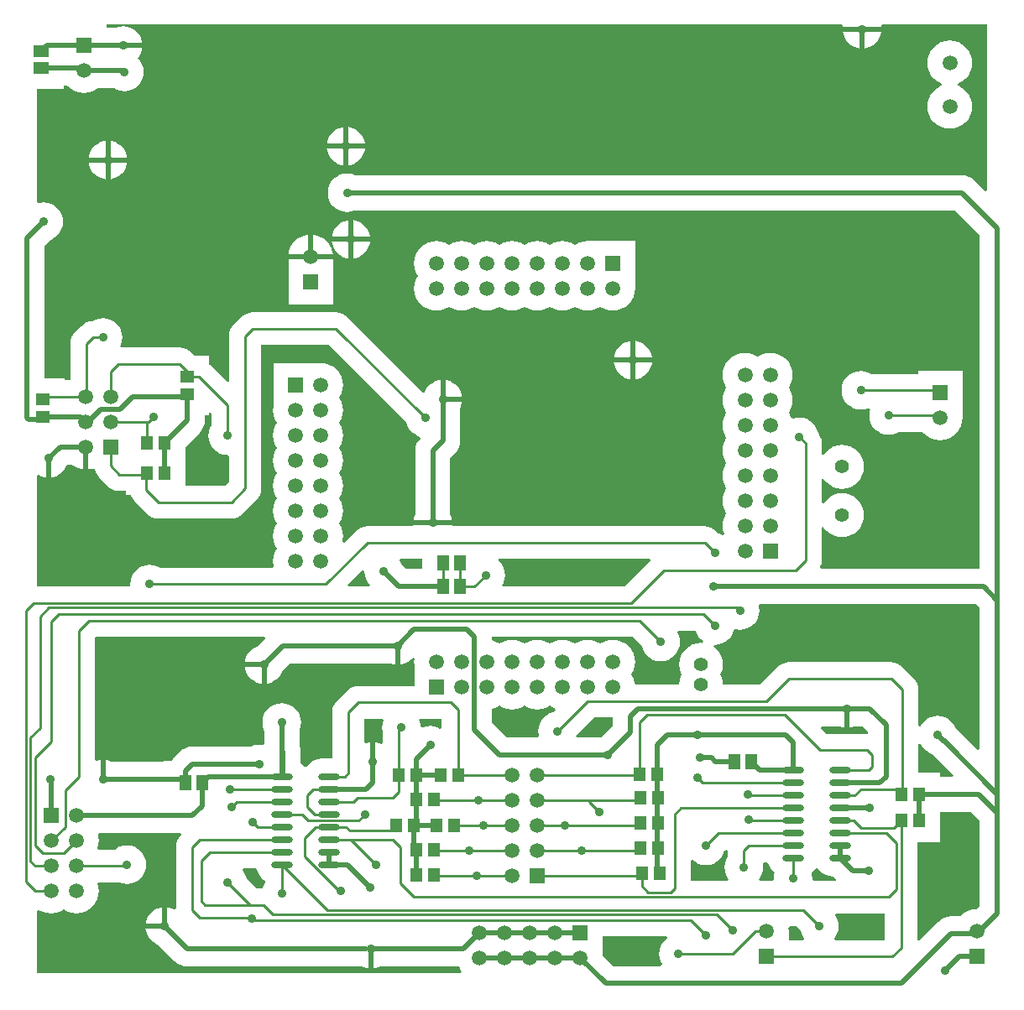
<source format=gbl>
%FSAX24Y24*%
%MOIN*%
G70*
G01*
G75*
G04 Layer_Physical_Order=2*
G04 Layer_Color=16711680*
%ADD10R,0.0512X0.0591*%
%ADD11R,0.0472X0.0551*%
%ADD12R,0.0984X0.0787*%
%ADD13R,0.1063X0.0197*%
%ADD14O,0.0709X0.0236*%
%ADD15R,0.0551X0.0472*%
%ADD16R,0.1024X0.0945*%
%ADD17R,0.0512X0.0709*%
%ADD18O,0.0709X0.0114*%
%ADD19O,0.0114X0.0709*%
%ADD20C,0.0200*%
%ADD21C,0.0100*%
%ADD22C,0.0591*%
%ADD23R,0.0591X0.0591*%
%ADD24C,0.0551*%
%ADD25R,0.0591X0.0591*%
%ADD26C,0.0350*%
%ADD27O,0.0866X0.0236*%
%ADD28R,0.0591X0.0512*%
G36*
X037211Y040900D02*
X037142Y040858D01*
X037044Y040911D01*
X036900Y040954D01*
X036750Y040969D01*
X036600Y040954D01*
X036456Y040911D01*
X036436Y040900D01*
X036366Y040938D01*
X036354Y041050D01*
X036311Y041192D01*
X036359Y041256D01*
X037211D01*
Y040900D01*
D02*
G37*
G36*
X053400Y040891D02*
X053450Y040896D01*
X053594Y040939D01*
X053626Y040956D01*
X053913D01*
X054125Y040744D01*
X054123Y040664D01*
X054100Y040644D01*
X052511D01*
X052273Y040882D01*
X052304Y040956D01*
X052974D01*
X053006Y040939D01*
X053150Y040896D01*
X053200Y040891D01*
Y041650D01*
X053400D01*
Y040891D01*
D02*
G37*
G36*
X041505Y041760D02*
X041659Y041678D01*
X041706Y041663D01*
X041726Y041586D01*
X041642Y041502D01*
X041506Y041461D01*
X041373Y041390D01*
X041256Y041294D01*
X041160Y041177D01*
X041089Y041044D01*
X041046Y040900D01*
X041031Y040750D01*
X041046Y040600D01*
X041058Y040558D01*
X041011Y040494D01*
X039787D01*
X039194Y041087D01*
Y041633D01*
X039341Y041678D01*
X039495Y041760D01*
X039500Y041764D01*
X039505Y041760D01*
X039659Y041678D01*
X039826Y041627D01*
X040000Y041610D01*
X040174Y041627D01*
X040341Y041678D01*
X040495Y041760D01*
X040500Y041764D01*
X040505Y041760D01*
X040659Y041678D01*
X040826Y041627D01*
X041000Y041610D01*
X041174Y041627D01*
X041341Y041678D01*
X041495Y041760D01*
X041500Y041764D01*
X041505Y041760D01*
D02*
G37*
G36*
X030201Y044432D02*
X029890Y044121D01*
X029856Y044111D01*
X029723Y044040D01*
X029606Y043944D01*
X029510Y043827D01*
X029439Y043694D01*
X029396Y043550D01*
X029391Y043500D01*
X030150D01*
Y043400D01*
X030250D01*
Y042641D01*
X030300Y042646D01*
X030444Y042689D01*
X030577Y042760D01*
X030694Y042856D01*
X030790Y042973D01*
X030861Y043106D01*
X030871Y043140D01*
X031187Y043456D01*
X035124D01*
X035156Y043439D01*
X035300Y043396D01*
X035350Y043391D01*
Y044150D01*
X035550D01*
Y043391D01*
X035600Y043396D01*
X035744Y043439D01*
X035877Y043510D01*
X035994Y043606D01*
X036050Y043675D01*
X036124Y043644D01*
X036110Y043500D01*
X036120Y043393D01*
X036114Y043386D01*
X036114D01*
Y042544D01*
X033900D01*
X033774Y042531D01*
X033654Y042495D01*
X033542Y042435D01*
X033445Y042355D01*
X033045Y041955D01*
X032965Y041858D01*
X032905Y041746D01*
X032869Y041626D01*
X032856Y041500D01*
Y039662D01*
X032430D01*
X032291Y039648D01*
X032157Y039608D01*
X032034Y039542D01*
X031926Y039454D01*
X031840Y039348D01*
X031760D01*
X031674Y039454D01*
X031594Y039519D01*
Y039950D01*
X031581Y040085D01*
X031549Y040189D01*
Y040784D01*
X031561Y040806D01*
X031604Y040950D01*
X031619Y041100D01*
X031604Y041250D01*
X031561Y041394D01*
X031490Y041527D01*
X031394Y041644D01*
X031277Y041740D01*
X031144Y041811D01*
X031000Y041854D01*
X030850Y041869D01*
X030700Y041854D01*
X030556Y041811D01*
X030423Y041740D01*
X030306Y041644D01*
X030210Y041527D01*
X030139Y041394D01*
X030096Y041250D01*
X030081Y041100D01*
X030096Y040950D01*
X030139Y040806D01*
X030161Y040765D01*
Y040250D01*
X030100Y040204D01*
X029950Y040219D01*
X029800Y040204D01*
X029656Y040161D01*
X029624Y040144D01*
X027300D01*
X027165Y040131D01*
X027034Y040091D01*
X026914Y040027D01*
X026809Y039941D01*
X026525Y039656D01*
X026467Y039586D01*
X026169D01*
Y039544D01*
X024076D01*
X024044Y039561D01*
X023900Y039604D01*
X023850Y039609D01*
Y038850D01*
X023650D01*
Y039609D01*
X023600Y039604D01*
X023508Y039577D01*
X023444Y039624D01*
Y044483D01*
X023467Y044506D01*
X030171D01*
X030201Y044432D01*
D02*
G37*
G36*
X034889Y041192D02*
X034846Y041050D01*
X034831Y040900D01*
X034846Y040750D01*
X034852Y040729D01*
Y040281D01*
X034783Y040240D01*
X034744Y040261D01*
X034600Y040304D01*
X034550Y040309D01*
Y039550D01*
X034350D01*
Y040309D01*
X034300Y040304D01*
X034208Y040277D01*
X034144Y040324D01*
Y041233D01*
X034167Y041256D01*
X034841D01*
X034889Y041192D01*
D02*
G37*
G36*
X044006Y040987D02*
X043540Y040521D01*
X043506Y040511D01*
X043474Y040494D01*
X042589D01*
X042542Y040558D01*
X042552Y040592D01*
X043267Y041306D01*
X044006D01*
Y040987D01*
D02*
G37*
G36*
X045485Y047532D02*
X044446Y046494D01*
X039652D01*
X039611Y046562D01*
X039661Y046656D01*
X039704Y046800D01*
X039719Y046950D01*
X039704Y047100D01*
X039661Y047244D01*
X039590Y047377D01*
X039494Y047494D01*
X039449Y047531D01*
X039476Y047606D01*
X045455D01*
X045485Y047532D01*
D02*
G37*
G36*
X036419Y047194D02*
X035787D01*
X035621Y047360D01*
X035611Y047394D01*
X035540Y047527D01*
X035534Y047534D01*
X035568Y047606D01*
X036419D01*
Y047194D01*
D02*
G37*
G36*
X028056Y053384D02*
Y052920D01*
X027989Y052794D01*
X027946Y052650D01*
X027931Y052500D01*
X027946Y052350D01*
X027989Y052206D01*
X028060Y052073D01*
X028156Y051956D01*
X028273Y051860D01*
X028406Y051789D01*
X028550Y051746D01*
X028700Y051731D01*
X028756Y051680D01*
Y050667D01*
X028583Y050494D01*
X027031D01*
Y051334D01*
Y052045D01*
X027591Y052605D01*
X027677Y052710D01*
X027741Y052830D01*
X027781Y052960D01*
X027794Y053096D01*
Y053319D01*
X027966D01*
Y053419D01*
X027990Y053429D01*
X028056Y053384D01*
D02*
G37*
G36*
X047339Y044656D02*
X047410Y044523D01*
X047506Y044406D01*
X047597Y044331D01*
X047566Y044257D01*
X047500Y044264D01*
X047330Y044247D01*
X047167Y044198D01*
X047016Y044117D01*
X046885Y044009D01*
X046776Y043877D01*
X046696Y043727D01*
X046646Y043563D01*
X046630Y043394D01*
X046646Y043224D01*
X046696Y043061D01*
X046728Y043000D01*
X046696Y042939D01*
X046646Y042776D01*
X046630Y042606D01*
X046618Y042594D01*
X044881D01*
X044873Y042674D01*
X044822Y042841D01*
X044740Y042995D01*
X044736Y043000D01*
X044740Y043005D01*
X044822Y043159D01*
X044873Y043326D01*
X044890Y043500D01*
X044873Y043674D01*
X044822Y043841D01*
X044740Y043995D01*
X044629Y044129D01*
X044495Y044240D01*
X044341Y044322D01*
X044174Y044373D01*
X044000Y044390D01*
X043826Y044373D01*
X043659Y044322D01*
X043505Y044240D01*
X043500Y044236D01*
X043495Y044240D01*
X043341Y044322D01*
X043174Y044373D01*
X043000Y044390D01*
X042826Y044373D01*
X042659Y044322D01*
X042505Y044240D01*
X042500Y044236D01*
X042495Y044240D01*
X042341Y044322D01*
X042174Y044373D01*
X042000Y044390D01*
X041826Y044373D01*
X041659Y044322D01*
X041505Y044240D01*
X041500Y044236D01*
X041495Y044240D01*
X041341Y044322D01*
X041174Y044373D01*
X041000Y044390D01*
X040826Y044373D01*
X040659Y044322D01*
X040505Y044240D01*
X040500Y044236D01*
X040495Y044240D01*
X040341Y044322D01*
X040174Y044373D01*
X040000Y044390D01*
X039826Y044373D01*
X039659Y044322D01*
X039505Y044240D01*
X039500Y044236D01*
X039495Y044240D01*
X039341Y044322D01*
X039194Y044367D01*
Y044500D01*
X039200Y044506D01*
X044783D01*
X045148Y044142D01*
X045189Y044006D01*
X045260Y043873D01*
X045356Y043756D01*
X045473Y043660D01*
X045606Y043589D01*
X045750Y043546D01*
X045900Y043531D01*
X046050Y043546D01*
X046194Y043589D01*
X046327Y043660D01*
X046444Y043756D01*
X046540Y043873D01*
X046611Y044006D01*
X046654Y044150D01*
X046669Y044300D01*
X046654Y044450D01*
X046611Y044594D01*
X046564Y044682D01*
X046605Y044750D01*
X047311D01*
X047339Y044656D01*
D02*
G37*
G36*
X058575Y045663D02*
Y040030D01*
X058501Y039999D01*
X057675Y040825D01*
X057613Y040888D01*
X057611Y040894D01*
X057540Y041027D01*
X057444Y041144D01*
X057327Y041240D01*
X057194Y041311D01*
X057050Y041354D01*
X056900Y041369D01*
X056750Y041354D01*
X056606Y041311D01*
X056473Y041240D01*
X056356Y041144D01*
X056260Y041027D01*
X056221Y040954D01*
X056144Y040974D01*
Y042400D01*
X056131Y042526D01*
X056095Y042646D01*
X056035Y042758D01*
X055955Y042855D01*
X055505Y043305D01*
X055408Y043385D01*
X055296Y043445D01*
X055176Y043481D01*
X055050Y043494D01*
X051000D01*
X050874Y043481D01*
X050754Y043445D01*
X050642Y043385D01*
X050545Y043305D01*
X049833Y042594D01*
X048382D01*
X048370Y042606D01*
X048354Y042776D01*
X048304Y042939D01*
X048272Y043000D01*
X048304Y043061D01*
X048354Y043224D01*
X048370Y043394D01*
X048354Y043563D01*
X048304Y043727D01*
X048224Y043877D01*
X048115Y044009D01*
X047993Y044109D01*
X048024Y044183D01*
X048050Y044181D01*
X048200Y044196D01*
X048344Y044239D01*
X048477Y044310D01*
X048594Y044406D01*
X048690Y044523D01*
X048761Y044656D01*
X048795Y044768D01*
X048865Y044806D01*
X048900Y044796D01*
X049050Y044781D01*
X049200Y044796D01*
X049344Y044839D01*
X049477Y044910D01*
X049594Y045006D01*
X049690Y045123D01*
X049761Y045256D01*
X049804Y045400D01*
X049819Y045550D01*
X049804Y045700D01*
X049792Y045742D01*
X049839Y045806D01*
X058432D01*
X058575Y045663D01*
D02*
G37*
G36*
X034132Y047115D02*
X034131Y047100D01*
X034146Y046950D01*
X034189Y046806D01*
X034260Y046673D01*
X034348Y046566D01*
X034314Y046494D01*
X033508D01*
X033478Y046568D01*
X034060Y047150D01*
X034132Y047115D01*
D02*
G37*
G36*
X058575Y037213D02*
Y033806D01*
X058458Y033689D01*
X058450Y033690D01*
X058276Y033673D01*
X058109Y033622D01*
X057955Y033540D01*
X057821Y033429D01*
X057791Y033394D01*
X057419D01*
X057419Y033394D01*
X057284Y033381D01*
X057153Y033341D01*
X057034Y033277D01*
X057015Y033261D01*
X056928Y033191D01*
X056928Y033191D01*
X056163Y032426D01*
X056089Y032456D01*
Y036334D01*
X056981D01*
Y037384D01*
X056981D01*
Y037556D01*
X058232D01*
X058575Y037213D01*
D02*
G37*
G36*
X058856Y062248D02*
X058782Y062218D01*
X058360Y062641D01*
X058255Y062727D01*
X058135Y062791D01*
X058004Y062831D01*
X057869Y062844D01*
X033776D01*
X033744Y062861D01*
X033600Y062904D01*
X033450Y062919D01*
X033300Y062904D01*
X033156Y062861D01*
X033023Y062790D01*
X032906Y062694D01*
X032810Y062577D01*
X032739Y062444D01*
X032696Y062300D01*
X032681Y062150D01*
X032696Y062000D01*
X032739Y061856D01*
X032810Y061723D01*
X032906Y061606D01*
X033023Y061510D01*
X033156Y061439D01*
X033300Y061396D01*
X033450Y061381D01*
X033600Y061396D01*
X033744Y061439D01*
X033776Y061456D01*
X057582D01*
X058575Y060463D01*
Y047194D01*
X052264D01*
X052223Y047263D01*
X052245Y047304D01*
X052281Y047424D01*
X052281Y047424D01*
X052281Y047424D01*
Y047424D01*
X052294Y047550D01*
Y048846D01*
X052371Y048865D01*
X052376Y048856D01*
X052485Y048724D01*
X052616Y048616D01*
X052767Y048535D01*
X052930Y048486D01*
X053100Y048469D01*
X053270Y048486D01*
X053433Y048535D01*
X053584Y048616D01*
X053715Y048724D01*
X053824Y048856D01*
X053904Y049006D01*
X053954Y049170D01*
X053970Y049339D01*
X053954Y049509D01*
X053904Y049672D01*
X053824Y049823D01*
X053715Y049955D01*
X053584Y050063D01*
X053433Y050143D01*
X053270Y050193D01*
X053100Y050210D01*
X052930Y050193D01*
X052767Y050143D01*
X052616Y050063D01*
X052485Y049955D01*
X052376Y049823D01*
X052371Y049813D01*
X052294Y049833D01*
Y050767D01*
X052371Y050787D01*
X052376Y050777D01*
X052485Y050645D01*
X052616Y050537D01*
X052767Y050457D01*
X052930Y050407D01*
X053100Y050390D01*
X053270Y050407D01*
X053433Y050457D01*
X053584Y050537D01*
X053715Y050645D01*
X053824Y050777D01*
X053904Y050928D01*
X053954Y051091D01*
X053970Y051261D01*
X053954Y051430D01*
X053904Y051594D01*
X053824Y051744D01*
X053715Y051876D01*
X053584Y051984D01*
X053433Y052065D01*
X053270Y052114D01*
X053100Y052131D01*
X052930Y052114D01*
X052767Y052065D01*
X052616Y051984D01*
X052485Y051876D01*
X052376Y051744D01*
X052371Y051735D01*
X052294Y051754D01*
Y052200D01*
X052281Y052326D01*
X052245Y052446D01*
X052185Y052558D01*
X052155Y052594D01*
X052154Y052600D01*
X052111Y052744D01*
X052040Y052877D01*
X051944Y052994D01*
X051827Y053090D01*
X051694Y053161D01*
X051550Y053204D01*
X051400Y053219D01*
X051250Y053204D01*
X051151Y053175D01*
X051081Y053212D01*
X051072Y053241D01*
X050990Y053395D01*
X050986Y053400D01*
X050990Y053405D01*
X051072Y053559D01*
X051123Y053726D01*
X051140Y053900D01*
X051123Y054074D01*
X051072Y054241D01*
X050990Y054395D01*
X050986Y054400D01*
X050990Y054405D01*
X051072Y054559D01*
X051123Y054726D01*
X051140Y054900D01*
X051123Y055074D01*
X051072Y055241D01*
X050990Y055395D01*
X050879Y055529D01*
X050745Y055640D01*
X050591Y055722D01*
X050424Y055773D01*
X050250Y055790D01*
X050076Y055773D01*
X049909Y055722D01*
X049755Y055640D01*
X049750Y055636D01*
X049745Y055640D01*
X049591Y055722D01*
X049424Y055773D01*
X049250Y055790D01*
X049076Y055773D01*
X048909Y055722D01*
X048755Y055640D01*
X048621Y055529D01*
X048510Y055395D01*
X048428Y055241D01*
X048377Y055074D01*
X048360Y054900D01*
X048377Y054726D01*
X048428Y054559D01*
X048510Y054405D01*
X048514Y054400D01*
X048510Y054395D01*
X048428Y054241D01*
X048377Y054074D01*
X048360Y053900D01*
X048377Y053726D01*
X048428Y053559D01*
X048510Y053405D01*
X048514Y053400D01*
X048510Y053395D01*
X048428Y053241D01*
X048377Y053074D01*
X048360Y052900D01*
X048377Y052726D01*
X048428Y052559D01*
X048510Y052405D01*
X048514Y052400D01*
X048510Y052395D01*
X048428Y052241D01*
X048377Y052074D01*
X048360Y051900D01*
X048377Y051726D01*
X048428Y051559D01*
X048510Y051405D01*
X048514Y051400D01*
X048510Y051395D01*
X048428Y051241D01*
X048377Y051074D01*
X048360Y050900D01*
X048377Y050726D01*
X048428Y050559D01*
X048510Y050405D01*
X048514Y050400D01*
X048510Y050395D01*
X048428Y050241D01*
X048377Y050074D01*
X048360Y049900D01*
X048377Y049726D01*
X048428Y049559D01*
X048510Y049405D01*
X048514Y049400D01*
X048510Y049395D01*
X048428Y049241D01*
X048377Y049074D01*
X048360Y048900D01*
X048377Y048726D01*
X048413Y048608D01*
X048351Y048557D01*
X048344Y048561D01*
X048208Y048602D01*
X048105Y048705D01*
X048008Y048785D01*
X047896Y048845D01*
X047776Y048881D01*
X047650Y048894D01*
X037663D01*
X037612Y048950D01*
X036088D01*
X036037Y048894D01*
X034250D01*
X034124Y048881D01*
X034004Y048845D01*
X033892Y048785D01*
X033795Y048705D01*
X033327Y048237D01*
X033258Y048278D01*
X033273Y048326D01*
X033290Y048500D01*
X033273Y048674D01*
X033222Y048841D01*
X033140Y048995D01*
X033136Y049000D01*
X033140Y049005D01*
X033222Y049159D01*
X033273Y049326D01*
X033290Y049500D01*
X033273Y049674D01*
X033222Y049841D01*
X033140Y049995D01*
X033136Y050000D01*
X033140Y050005D01*
X033222Y050159D01*
X033273Y050326D01*
X033290Y050500D01*
X033273Y050674D01*
X033222Y050841D01*
X033140Y050995D01*
X033136Y051000D01*
X033140Y051005D01*
X033222Y051159D01*
X033273Y051326D01*
X033290Y051500D01*
X033273Y051674D01*
X033222Y051841D01*
X033140Y051995D01*
X033136Y052000D01*
X033140Y052005D01*
X033222Y052159D01*
X033273Y052326D01*
X033290Y052500D01*
X033273Y052674D01*
X033222Y052841D01*
X033140Y052995D01*
X033136Y053000D01*
X033140Y053005D01*
X033222Y053159D01*
X033273Y053326D01*
X033290Y053500D01*
X033273Y053674D01*
X033222Y053841D01*
X033140Y053995D01*
X033136Y054000D01*
X033140Y054005D01*
X033222Y054159D01*
X033273Y054326D01*
X033290Y054500D01*
X033273Y054674D01*
X033222Y054841D01*
X033140Y054995D01*
X033029Y055129D01*
X032895Y055240D01*
X032741Y055322D01*
X032574Y055373D01*
X032400Y055390D01*
X032293Y055380D01*
X032286Y055386D01*
Y055386D01*
X030514D01*
Y053614D01*
X030514D01*
X030520Y053607D01*
X030510Y053500D01*
X030527Y053326D01*
X030578Y053159D01*
X030660Y053005D01*
X030664Y053000D01*
X030660Y052995D01*
X030578Y052841D01*
X030527Y052674D01*
X030510Y052500D01*
X030527Y052326D01*
X030578Y052159D01*
X030660Y052005D01*
X030664Y052000D01*
X030660Y051995D01*
X030578Y051841D01*
X030527Y051674D01*
X030510Y051500D01*
X030527Y051326D01*
X030578Y051159D01*
X030660Y051005D01*
X030664Y051000D01*
X030660Y050995D01*
X030578Y050841D01*
X030527Y050674D01*
X030510Y050500D01*
X030527Y050326D01*
X030578Y050159D01*
X030660Y050005D01*
X030664Y050000D01*
X030660Y049995D01*
X030578Y049841D01*
X030527Y049674D01*
X030510Y049500D01*
X030527Y049326D01*
X030578Y049159D01*
X030660Y049005D01*
X030664Y049000D01*
X030660Y048995D01*
X030578Y048841D01*
X030527Y048674D01*
X030510Y048500D01*
X030527Y048326D01*
X030578Y048159D01*
X030660Y048005D01*
X030664Y048000D01*
X030660Y047995D01*
X030578Y047841D01*
X030527Y047674D01*
X030510Y047500D01*
X030527Y047326D01*
X030533Y047308D01*
X030485Y047244D01*
X026020D01*
X025894Y047311D01*
X025750Y047354D01*
X025600Y047369D01*
X025450Y047354D01*
X025306Y047311D01*
X025173Y047240D01*
X025056Y047144D01*
X024960Y047027D01*
X024889Y046894D01*
X024846Y046750D01*
X024831Y046600D01*
X024835Y046553D01*
X024782Y046494D01*
X021144D01*
Y050898D01*
X021212Y050939D01*
X021306Y050889D01*
X021450Y050846D01*
X021500Y050841D01*
Y051600D01*
X021700D01*
Y050841D01*
X021750Y050846D01*
X021894Y050889D01*
X022027Y050960D01*
X022144Y051056D01*
X022240Y051173D01*
X022311Y051306D01*
X022321Y051340D01*
X022337Y051356D01*
X022499D01*
X022555Y051310D01*
X022709Y051228D01*
X022876Y051177D01*
X022950Y051170D01*
Y052050D01*
X023150D01*
Y051170D01*
X023157Y051170D01*
X023164Y051164D01*
Y051164D01*
X023422D01*
X023455Y051054D01*
X023515Y050942D01*
X023595Y050845D01*
X023945Y050495D01*
Y050495D01*
X023945Y050495D01*
X023945Y050495D01*
Y050495D01*
X024042Y050415D01*
X024154Y050355D01*
X024274Y050319D01*
X024400Y050306D01*
X024444Y050311D01*
X024669D01*
Y050134D01*
X024846D01*
X024855Y050104D01*
X024915Y049992D01*
X024995Y049895D01*
X025495Y049395D01*
Y049395D01*
X025495Y049395D01*
X025495Y049395D01*
Y049395D01*
X025592Y049315D01*
X025704Y049255D01*
X025824Y049219D01*
X025950Y049206D01*
X028850D01*
X028976Y049219D01*
X029096Y049255D01*
X029208Y049315D01*
X029305Y049395D01*
X029305Y049395D01*
X029305Y049395D01*
X029855Y049945D01*
X029935Y050042D01*
X029995Y050154D01*
X030031Y050274D01*
X030044Y050400D01*
Y056106D01*
X032733D01*
X035798Y053042D01*
X035839Y052906D01*
X035910Y052773D01*
X036006Y052656D01*
X036123Y052560D01*
X036256Y052489D01*
X036263Y052487D01*
X036356Y052394D01*
X036358Y052389D01*
X036273Y052286D01*
X036209Y052166D01*
X036169Y052035D01*
X036156Y051900D01*
Y049376D01*
X036139Y049344D01*
X036096Y049200D01*
X036091Y049150D01*
X037609D01*
X037604Y049200D01*
X037561Y049344D01*
X037544Y049376D01*
Y051613D01*
X037741Y051809D01*
X037741Y051809D01*
X037827Y051914D01*
X037891Y052034D01*
X037931Y052165D01*
X037944Y052300D01*
Y053624D01*
X037961Y053656D01*
X038004Y053800D01*
X038009Y053850D01*
X037250D01*
Y053950D01*
X037150D01*
Y054709D01*
X037100Y054704D01*
X036956Y054661D01*
X036823Y054590D01*
X036706Y054494D01*
X036610Y054377D01*
X036539Y054244D01*
X036533Y054224D01*
X036456Y054205D01*
X033455Y057205D01*
X033358Y057285D01*
X033246Y057345D01*
X033126Y057381D01*
X033000Y057394D01*
X029700D01*
X029574Y057381D01*
X029454Y057345D01*
X029342Y057285D01*
X029245Y057205D01*
X028945Y056905D01*
X028865Y056808D01*
X028805Y056696D01*
X028769Y056576D01*
X028756Y056450D01*
Y054658D01*
X028682Y054628D01*
X028001Y055309D01*
X027966Y055338D01*
Y055681D01*
X027379D01*
X027255Y055805D01*
X027158Y055885D01*
X027046Y055945D01*
X026926Y055981D01*
X026800Y055994D01*
X024479D01*
X024438Y056062D01*
X024461Y056106D01*
X024504Y056250D01*
X024519Y056400D01*
X024504Y056550D01*
X024461Y056694D01*
X024390Y056827D01*
X024294Y056944D01*
X024177Y057040D01*
X024044Y057111D01*
X023900Y057154D01*
X023750Y057169D01*
X023600Y057154D01*
X023456Y057111D01*
X023326Y057041D01*
X023224Y057031D01*
X023104Y056995D01*
X022992Y056935D01*
X022895Y056855D01*
X022645Y056605D01*
X022565Y056508D01*
X022505Y056396D01*
X022469Y056276D01*
X022456Y056150D01*
Y054709D01*
X022438Y054694D01*
X022216D01*
Y054781D01*
X021425D01*
Y060044D01*
X021660Y060279D01*
X021694Y060289D01*
X021827Y060360D01*
X021944Y060456D01*
X022040Y060573D01*
X022111Y060706D01*
X022154Y060850D01*
X022169Y061000D01*
X022154Y061150D01*
X022111Y061294D01*
X022040Y061427D01*
X021944Y061544D01*
X021827Y061640D01*
X021694Y061711D01*
X021550Y061754D01*
X021400Y061769D01*
X021250Y061754D01*
X021208Y061742D01*
X021144Y061789D01*
Y066269D01*
X022186D01*
Y066421D01*
X022329D01*
X022371Y066371D01*
X022505Y066260D01*
X022659Y066178D01*
X022826Y066127D01*
X023000Y066110D01*
X023174Y066127D01*
X023341Y066178D01*
X023495Y066260D01*
X023551Y066306D01*
X024181D01*
X024306Y066239D01*
X024450Y066196D01*
X024600Y066181D01*
X024750Y066196D01*
X024894Y066239D01*
X025027Y066310D01*
X025144Y066406D01*
X025240Y066523D01*
X025311Y066656D01*
X025354Y066800D01*
X025369Y066950D01*
X025354Y067100D01*
X025311Y067244D01*
X025240Y067377D01*
X025144Y067494D01*
X025133Y067503D01*
X025190Y067573D01*
X025261Y067706D01*
X025304Y067850D01*
X025309Y067900D01*
X024550D01*
Y068100D01*
X025309D01*
X025304Y068150D01*
X025261Y068294D01*
X025190Y068427D01*
X025094Y068544D01*
X024977Y068640D01*
X024844Y068711D01*
X024700Y068754D01*
X024550Y068769D01*
X024400Y068754D01*
X024256Y068711D01*
X024224Y068694D01*
X023886D01*
Y068856D01*
X053092D01*
X053145Y068797D01*
X053141Y068750D01*
X054659D01*
X054655Y068797D01*
X054708Y068856D01*
X058856D01*
Y062248D01*
D02*
G37*
G36*
X046162Y032531D02*
X046056Y032444D01*
X045960Y032327D01*
X045889Y032194D01*
X045846Y032050D01*
X045831Y031900D01*
X045846Y031750D01*
X045889Y031606D01*
X045949Y031494D01*
X045908Y031425D01*
X044006D01*
X043586Y031845D01*
X043586Y031864D01*
D01*
D01*
Y031864D01*
X043586D01*
Y032606D01*
X046135D01*
X046162Y032531D01*
D02*
G37*
G36*
X051448Y032842D02*
X051489Y032706D01*
X051560Y032573D01*
X051607Y032516D01*
X051573Y032444D01*
X050986D01*
Y032686D01*
X050986D01*
X050980Y032693D01*
X050990Y032800D01*
X050976Y032947D01*
X051029Y033006D01*
X051283D01*
X051448Y032842D01*
D02*
G37*
G36*
X054802Y032444D02*
X052827D01*
X052793Y032516D01*
X052840Y032573D01*
X052911Y032706D01*
X052954Y032850D01*
X052969Y033000D01*
X052954Y033150D01*
X052911Y033294D01*
X052840Y033427D01*
X052819Y033453D01*
X052853Y033525D01*
X054802D01*
Y032444D01*
D02*
G37*
G36*
X029882Y035177D02*
X029948Y035054D01*
X030037Y034946D01*
X030145Y034858D01*
X030211Y034822D01*
Y034729D01*
X030210Y034727D01*
X030139Y034594D01*
X030109Y034494D01*
X029867D01*
X029452Y034908D01*
X029411Y035044D01*
X029340Y035177D01*
X029293Y035234D01*
X029327Y035306D01*
X029843D01*
X029882Y035177D01*
D02*
G37*
G36*
X048556Y036000D02*
Y035770D01*
X048489Y035644D01*
X048446Y035500D01*
X048431Y035350D01*
X048446Y035200D01*
X048489Y035056D01*
X048560Y034923D01*
X048591Y034885D01*
X048557Y034813D01*
X047094D01*
Y035614D01*
X047166Y035648D01*
X047273Y035560D01*
X047406Y035489D01*
X047550Y035446D01*
X047700Y035431D01*
X047850Y035446D01*
X047994Y035489D01*
X048127Y035560D01*
X048244Y035656D01*
X048340Y035773D01*
X048411Y035906D01*
X048445Y036019D01*
X048523Y036037D01*
X048556Y036000D01*
D02*
G37*
G36*
X056260Y040173D02*
X056356Y040056D01*
X056473Y039960D01*
X056606Y039889D01*
X056640Y039879D01*
X056675Y039844D01*
X056780Y039758D01*
X056780Y039757D01*
X057520Y039018D01*
X057489Y038944D01*
X056981D01*
Y039116D01*
X056144D01*
Y040226D01*
X056221Y040246D01*
X056260Y040173D01*
D02*
G37*
G36*
X052226Y035196D02*
X052334Y035108D01*
X052457Y035042D01*
X052591Y035002D01*
X052730Y034988D01*
X052776D01*
X052877Y034887D01*
X052846Y034813D01*
X051970D01*
X051916Y034872D01*
X051919Y034900D01*
X051904Y035050D01*
X051883Y035122D01*
X051974Y035196D01*
X052060Y035302D01*
X052140D01*
X052226Y035196D01*
D02*
G37*
G36*
X026872Y036632D02*
X026845Y036605D01*
X026765Y036508D01*
X026705Y036396D01*
X026669Y036276D01*
X026656Y036150D01*
Y033702D01*
X026588Y033661D01*
X026494Y033711D01*
X026350Y033754D01*
X026300Y033759D01*
Y033000D01*
X026200D01*
Y032900D01*
X025441D01*
X025446Y032850D01*
X025489Y032706D01*
X025560Y032573D01*
X025656Y032456D01*
X025773Y032360D01*
X025906Y032289D01*
X025940Y032279D01*
X026609Y031609D01*
X026714Y031523D01*
X026834Y031459D01*
X026965Y031419D01*
X027100Y031406D01*
X034074D01*
X034106Y031389D01*
X034250Y031346D01*
X034300Y031341D01*
Y032100D01*
X034500D01*
Y031341D01*
X034550Y031346D01*
X034694Y031389D01*
X034726Y031406D01*
X037879D01*
X037960Y031255D01*
X037992Y031216D01*
X037958Y031144D01*
X021144D01*
Y033615D01*
X021212Y033656D01*
X021359Y033578D01*
X021526Y033527D01*
X021700Y033510D01*
X021874Y033527D01*
X022041Y033578D01*
X022195Y033660D01*
X022200Y033664D01*
X022205Y033660D01*
X022359Y033578D01*
X022526Y033527D01*
X022700Y033510D01*
X022874Y033527D01*
X023041Y033578D01*
X023195Y033660D01*
X023329Y033771D01*
X023440Y033905D01*
X023522Y034059D01*
X023573Y034226D01*
X023590Y034400D01*
X023573Y034574D01*
X023537Y034692D01*
X023585Y034756D01*
X024374D01*
X024406Y034739D01*
X024550Y034696D01*
X024700Y034681D01*
X024850Y034696D01*
X024994Y034739D01*
X025127Y034810D01*
X025244Y034906D01*
X025340Y035023D01*
X025411Y035156D01*
X025454Y035300D01*
X025469Y035450D01*
X025454Y035600D01*
X025411Y035744D01*
X025340Y035877D01*
X025244Y035994D01*
X025127Y036090D01*
X024994Y036161D01*
X024850Y036204D01*
X024700Y036219D01*
X024550Y036204D01*
X024406Y036161D01*
X024273Y036090D01*
X024217Y036044D01*
X023585D01*
X023537Y036108D01*
X023573Y036226D01*
X023590Y036400D01*
X023573Y036574D01*
X023552Y036642D01*
X023600Y036706D01*
X026841D01*
X026872Y036632D01*
D02*
G37*
G36*
X050182Y035427D02*
X050248Y035304D01*
X050337Y035196D01*
X050419Y035129D01*
X050396Y035050D01*
X050381Y034900D01*
X050384Y034872D01*
X050330Y034813D01*
X049843D01*
X049809Y034885D01*
X049840Y034923D01*
X049911Y035056D01*
X049954Y035200D01*
X049969Y035350D01*
X049955Y035497D01*
X050009Y035556D01*
X050143D01*
X050182Y035427D01*
D02*
G37*
%LPC*%
G36*
X030050Y043300D02*
X029391D01*
X029396Y043250D01*
X029439Y043106D01*
X029510Y042973D01*
X029606Y042856D01*
X029723Y042760D01*
X029856Y042689D01*
X030000Y042646D01*
X030050Y042641D01*
Y043300D01*
D02*
G37*
G36*
X026100Y033759D02*
X026050Y033754D01*
X025906Y033711D01*
X025773Y033640D01*
X025656Y033544D01*
X025560Y033427D01*
X025489Y033294D01*
X025446Y033150D01*
X025441Y033100D01*
X026100D01*
Y033759D01*
D02*
G37*
G36*
X037350Y054709D02*
Y054050D01*
X038009D01*
X038004Y054100D01*
X037961Y054244D01*
X037890Y054377D01*
X037794Y054494D01*
X037677Y054590D01*
X037544Y054661D01*
X037400Y054704D01*
X037350Y054709D01*
D02*
G37*
G36*
X033300Y063900D02*
X032641D01*
X032646Y063850D01*
X032689Y063706D01*
X032760Y063573D01*
X032856Y063456D01*
X032973Y063360D01*
X033106Y063289D01*
X033250Y063246D01*
X033300Y063241D01*
Y063900D01*
D02*
G37*
G36*
X034159D02*
X033500D01*
Y063241D01*
X033550Y063246D01*
X033694Y063289D01*
X033827Y063360D01*
X033944Y063456D01*
X034040Y063573D01*
X034111Y063706D01*
X034154Y063850D01*
X034159Y063900D01*
D02*
G37*
G36*
X023850Y064209D02*
X023800Y064204D01*
X023656Y064161D01*
X023523Y064090D01*
X023406Y063994D01*
X023310Y063877D01*
X023239Y063744D01*
X023196Y063600D01*
X023191Y063550D01*
X023850D01*
Y064209D01*
D02*
G37*
G36*
X033700Y061059D02*
Y060400D01*
X034359D01*
X034354Y060450D01*
X034311Y060594D01*
X034240Y060727D01*
X034144Y060844D01*
X034027Y060940D01*
X033894Y061011D01*
X033750Y061054D01*
X033700Y061059D01*
D02*
G37*
G36*
X023850Y063350D02*
X023191D01*
X023196Y063300D01*
X023239Y063156D01*
X023310Y063023D01*
X023406Y062906D01*
X023523Y062810D01*
X023656Y062739D01*
X023800Y062696D01*
X023850Y062691D01*
Y063350D01*
D02*
G37*
G36*
X024709D02*
X024050D01*
Y062691D01*
X024100Y062696D01*
X024244Y062739D01*
X024377Y062810D01*
X024494Y062906D01*
X024590Y063023D01*
X024661Y063156D01*
X024704Y063300D01*
X024709Y063350D01*
D02*
G37*
G36*
X057383Y068206D02*
X057209Y068189D01*
X057042Y068138D01*
X056889Y068056D01*
X056754Y067946D01*
X056643Y067811D01*
X056561Y067657D01*
X056510Y067490D01*
X056493Y067316D01*
X056510Y067142D01*
X056561Y066976D01*
X056643Y066822D01*
X056754Y066687D01*
X056889Y066576D01*
X057042Y066494D01*
X057055Y066490D01*
Y066410D01*
X057042Y066406D01*
X056889Y066324D01*
X056754Y066213D01*
X056643Y066078D01*
X056561Y065924D01*
X056510Y065758D01*
X056493Y065584D01*
X056510Y065410D01*
X056561Y065243D01*
X056643Y065089D01*
X056754Y064954D01*
X056889Y064844D01*
X057042Y064762D01*
X057209Y064711D01*
X057383Y064694D01*
X057557Y064711D01*
X057724Y064762D01*
X057878Y064844D01*
X058012Y064954D01*
X058123Y065089D01*
X058205Y065243D01*
X058256Y065410D01*
X058273Y065584D01*
X058256Y065758D01*
X058205Y065924D01*
X058123Y066078D01*
X058012Y066213D01*
X057878Y066324D01*
X057724Y066406D01*
X057711Y066410D01*
Y066490D01*
X057724Y066494D01*
X057878Y066576D01*
X058012Y066687D01*
X058123Y066822D01*
X058205Y066976D01*
X058256Y067142D01*
X058273Y067316D01*
X058256Y067490D01*
X058205Y067657D01*
X058123Y067811D01*
X058012Y067946D01*
X057878Y068056D01*
X057724Y068138D01*
X057557Y068189D01*
X057383Y068206D01*
D02*
G37*
G36*
X053800Y068550D02*
X053141D01*
X053146Y068500D01*
X053189Y068356D01*
X053260Y068223D01*
X053356Y068106D01*
X053473Y068010D01*
X053606Y067939D01*
X053750Y067896D01*
X053800Y067891D01*
Y068550D01*
D02*
G37*
G36*
X054659D02*
X054000D01*
Y067891D01*
X054050Y067896D01*
X054194Y067939D01*
X054327Y068010D01*
X054444Y068106D01*
X054540Y068223D01*
X054611Y068356D01*
X054654Y068500D01*
X054659Y068550D01*
D02*
G37*
G36*
X024050Y064209D02*
Y063550D01*
X024709D01*
X024704Y063600D01*
X024661Y063744D01*
X024590Y063877D01*
X024494Y063994D01*
X024377Y064090D01*
X024244Y064161D01*
X024100Y064204D01*
X024050Y064209D01*
D02*
G37*
G36*
X033300Y064759D02*
X033250Y064754D01*
X033106Y064711D01*
X032973Y064640D01*
X032856Y064544D01*
X032760Y064427D01*
X032689Y064294D01*
X032646Y064150D01*
X032641Y064100D01*
X033300D01*
Y064759D01*
D02*
G37*
G36*
X033500D02*
Y064100D01*
X034159D01*
X034154Y064150D01*
X034111Y064294D01*
X034040Y064427D01*
X033944Y064544D01*
X033827Y064640D01*
X033694Y064711D01*
X033550Y064754D01*
X033500Y064759D01*
D02*
G37*
G36*
X044700Y056259D02*
X044650Y056254D01*
X044506Y056211D01*
X044373Y056140D01*
X044256Y056044D01*
X044160Y055927D01*
X044089Y055794D01*
X044046Y055650D01*
X044041Y055600D01*
X044700D01*
Y056259D01*
D02*
G37*
G36*
X044900D02*
Y055600D01*
X045559D01*
X045554Y055650D01*
X045511Y055794D01*
X045440Y055927D01*
X045344Y056044D01*
X045227Y056140D01*
X045094Y056211D01*
X044950Y056254D01*
X044900Y056259D01*
D02*
G37*
G36*
X032880Y059500D02*
X031120D01*
X031120Y059493D01*
X031114Y059486D01*
X031114D01*
Y057714D01*
X032886D01*
Y059486D01*
X032886D01*
X032880Y059493D01*
X032880Y059500D01*
D02*
G37*
G36*
X044700Y055400D02*
X044041D01*
X044046Y055350D01*
X044089Y055206D01*
X044160Y055073D01*
X044256Y054956D01*
X044373Y054860D01*
X044506Y054789D01*
X044650Y054746D01*
X044700Y054741D01*
Y055400D01*
D02*
G37*
G36*
X045559D02*
X044900D01*
Y054741D01*
X044950Y054746D01*
X045094Y054789D01*
X045227Y054860D01*
X045344Y054956D01*
X045440Y055073D01*
X045511Y055206D01*
X045554Y055350D01*
X045559Y055400D01*
D02*
G37*
G36*
X057886Y055086D02*
X056114D01*
Y054944D01*
X054270D01*
X054144Y055011D01*
X054000Y055054D01*
X053850Y055069D01*
X053700Y055054D01*
X053556Y055011D01*
X053423Y054940D01*
X053306Y054844D01*
X053210Y054727D01*
X053139Y054594D01*
X053096Y054450D01*
X053081Y054300D01*
X053096Y054150D01*
X053139Y054006D01*
X053210Y053873D01*
X053306Y053756D01*
X053423Y053660D01*
X053556Y053589D01*
X053700Y053546D01*
X053850Y053531D01*
X054000Y053546D01*
X054144Y053589D01*
X054164Y053600D01*
X054225Y053549D01*
X054196Y053450D01*
X054181Y053300D01*
X054196Y053150D01*
X054239Y053006D01*
X054310Y052873D01*
X054406Y052756D01*
X054523Y052660D01*
X054656Y052589D01*
X054800Y052546D01*
X054950Y052531D01*
X055100Y052546D01*
X055244Y052589D01*
X055370Y052656D01*
X056300D01*
X056371Y052571D01*
X056505Y052460D01*
X056659Y052378D01*
X056826Y052327D01*
X057000Y052310D01*
X057174Y052327D01*
X057341Y052378D01*
X057495Y052460D01*
X057629Y052571D01*
X057740Y052705D01*
X057822Y052859D01*
X057873Y053026D01*
X057890Y053200D01*
X057880Y053307D01*
X057886Y053314D01*
X057886D01*
Y055086D01*
D02*
G37*
G36*
X032100Y060480D02*
Y059700D01*
X032880D01*
X032873Y059774D01*
X032822Y059941D01*
X032740Y060095D01*
X032629Y060229D01*
X032495Y060340D01*
X032341Y060422D01*
X032174Y060473D01*
X032100Y060480D01*
D02*
G37*
G36*
X043000Y060240D02*
X042826Y060223D01*
X042659Y060172D01*
X042505Y060090D01*
X042500Y060086D01*
X042495Y060090D01*
X042341Y060172D01*
X042174Y060223D01*
X042000Y060240D01*
X041826Y060223D01*
X041659Y060172D01*
X041505Y060090D01*
X041500Y060086D01*
X041495Y060090D01*
X041341Y060172D01*
X041174Y060223D01*
X041000Y060240D01*
X040826Y060223D01*
X040659Y060172D01*
X040505Y060090D01*
X040500Y060086D01*
X040495Y060090D01*
X040341Y060172D01*
X040174Y060223D01*
X040000Y060240D01*
X039826Y060223D01*
X039659Y060172D01*
X039505Y060090D01*
X039500Y060086D01*
X039495Y060090D01*
X039341Y060172D01*
X039174Y060223D01*
X039000Y060240D01*
X038826Y060223D01*
X038659Y060172D01*
X038505Y060090D01*
X038500Y060086D01*
X038495Y060090D01*
X038341Y060172D01*
X038174Y060223D01*
X038000Y060240D01*
X037826Y060223D01*
X037659Y060172D01*
X037505Y060090D01*
X037500Y060086D01*
X037495Y060090D01*
X037341Y060172D01*
X037174Y060223D01*
X037000Y060240D01*
X036826Y060223D01*
X036659Y060172D01*
X036505Y060090D01*
X036371Y059979D01*
X036260Y059845D01*
X036178Y059691D01*
X036127Y059524D01*
X036110Y059350D01*
X036127Y059176D01*
X036178Y059009D01*
X036260Y058855D01*
X036264Y058850D01*
X036260Y058845D01*
X036178Y058691D01*
X036127Y058524D01*
X036110Y058350D01*
X036127Y058176D01*
X036178Y058009D01*
X036260Y057855D01*
X036371Y057721D01*
X036505Y057610D01*
X036659Y057528D01*
X036826Y057477D01*
X037000Y057460D01*
X037174Y057477D01*
X037341Y057528D01*
X037495Y057610D01*
X037500Y057614D01*
X037505Y057610D01*
X037659Y057528D01*
X037826Y057477D01*
X038000Y057460D01*
X038174Y057477D01*
X038341Y057528D01*
X038495Y057610D01*
X038500Y057614D01*
X038505Y057610D01*
X038659Y057528D01*
X038826Y057477D01*
X039000Y057460D01*
X039174Y057477D01*
X039341Y057528D01*
X039495Y057610D01*
X039500Y057614D01*
X039505Y057610D01*
X039659Y057528D01*
X039826Y057477D01*
X040000Y057460D01*
X040174Y057477D01*
X040341Y057528D01*
X040495Y057610D01*
X040500Y057614D01*
X040505Y057610D01*
X040659Y057528D01*
X040826Y057477D01*
X041000Y057460D01*
X041174Y057477D01*
X041341Y057528D01*
X041495Y057610D01*
X041500Y057614D01*
X041505Y057610D01*
X041659Y057528D01*
X041826Y057477D01*
X042000Y057460D01*
X042174Y057477D01*
X042341Y057528D01*
X042495Y057610D01*
X042500Y057614D01*
X042505Y057610D01*
X042659Y057528D01*
X042826Y057477D01*
X043000Y057460D01*
X043174Y057477D01*
X043341Y057528D01*
X043495Y057610D01*
X043500Y057614D01*
X043505Y057610D01*
X043659Y057528D01*
X043826Y057477D01*
X044000Y057460D01*
X044174Y057477D01*
X044341Y057528D01*
X044495Y057610D01*
X044629Y057721D01*
X044740Y057855D01*
X044822Y058009D01*
X044873Y058176D01*
X044890Y058350D01*
X044880Y058457D01*
X044886Y058464D01*
X044886D01*
Y060236D01*
X043114D01*
Y060236D01*
X043107Y060230D01*
X043000Y060240D01*
D02*
G37*
G36*
X033500Y061059D02*
X033450Y061054D01*
X033306Y061011D01*
X033173Y060940D01*
X033056Y060844D01*
X032960Y060727D01*
X032889Y060594D01*
X032846Y060450D01*
X032841Y060400D01*
X033500D01*
Y061059D01*
D02*
G37*
G36*
Y060200D02*
X032841D01*
X032846Y060150D01*
X032889Y060006D01*
X032960Y059873D01*
X033056Y059756D01*
X033173Y059660D01*
X033306Y059589D01*
X033450Y059546D01*
X033500Y059541D01*
Y060200D01*
D02*
G37*
G36*
X034359D02*
X033700D01*
Y059541D01*
X033750Y059546D01*
X033894Y059589D01*
X034027Y059660D01*
X034144Y059756D01*
X034240Y059873D01*
X034311Y060006D01*
X034354Y060150D01*
X034359Y060200D01*
D02*
G37*
G36*
X031900Y060480D02*
X031826Y060473D01*
X031659Y060422D01*
X031505Y060340D01*
X031371Y060229D01*
X031260Y060095D01*
X031178Y059941D01*
X031127Y059774D01*
X031120Y059700D01*
X031900D01*
Y060480D01*
D02*
G37*
%LPD*%
D10*
X027015Y038700D02*
D03*
X027685D02*
D03*
X048815Y039550D02*
D03*
X049485D02*
D03*
X037265Y047450D02*
D03*
X037935D02*
D03*
X037265Y046500D02*
D03*
X037935D02*
D03*
D11*
X045146Y035100D02*
D03*
X045854D02*
D03*
X036904Y035050D02*
D03*
X036196D02*
D03*
X045096Y036100D02*
D03*
X045804D02*
D03*
X036904Y036050D02*
D03*
X036196D02*
D03*
X045096Y037100D02*
D03*
X045804D02*
D03*
X037704Y037000D02*
D03*
X036996D02*
D03*
X045096Y038100D02*
D03*
X045804D02*
D03*
X036904Y038050D02*
D03*
X036196D02*
D03*
X045046Y039050D02*
D03*
X045754D02*
D03*
X025496Y052200D02*
D03*
X026204D02*
D03*
X025496Y051000D02*
D03*
X026204D02*
D03*
X036204Y039000D02*
D03*
X035496D02*
D03*
X056154Y038250D02*
D03*
X055446D02*
D03*
X037854Y039000D02*
D03*
X037146D02*
D03*
X055446Y037200D02*
D03*
X056154D02*
D03*
X035396Y037000D02*
D03*
X036104D02*
D03*
D15*
X021350Y053954D02*
D03*
Y053246D02*
D03*
X027100Y054854D02*
D03*
Y054146D02*
D03*
D20*
X021600Y051600D02*
X022050Y052050D01*
X023050D01*
X057200Y031250D02*
X057750Y031800D01*
X058450D01*
X035500Y046500D02*
X037265D01*
X034900Y047100D02*
X035500Y046500D01*
X055450Y030731D02*
X057419Y032700D01*
X058450D01*
X043719Y030731D02*
X055450D01*
X058450Y032700D02*
X059269Y033519D01*
Y037500D01*
X038500Y040800D02*
X039500Y039800D01*
X038500Y040800D02*
Y044500D01*
X038200Y044800D02*
X038500Y044500D01*
X039500Y039800D02*
X043800D01*
X036100Y044800D02*
X038200D01*
X035450Y044150D02*
X036100Y044800D01*
X030900Y044150D02*
X035450D01*
X030150Y043400D02*
X030900Y044150D01*
X037250Y052300D02*
Y053950D01*
X036850Y051900D02*
X037250Y052300D01*
X036850Y049050D02*
Y051900D01*
X022854Y053246D02*
X023050Y053050D01*
X021350Y053246D02*
X022854D01*
X021195Y053150D02*
X021291Y053246D01*
X020800Y053150D02*
X021195D01*
X020731Y053219D02*
X020800Y053150D01*
X020731Y053219D02*
Y060331D01*
X026204Y052200D02*
X027100Y053096D01*
Y054146D01*
X027004Y054050D02*
X027100Y054146D01*
X024931Y054050D02*
X027004D01*
X024431Y053550D02*
X024931Y054050D01*
X059269Y038250D02*
Y045950D01*
X048000Y046500D02*
X058719D01*
X059269Y045950D01*
Y060750D01*
X034400Y032100D02*
X038050D01*
X033000Y038450D02*
X034200D01*
X034450Y038700D01*
Y039550D01*
X036204Y039654D02*
X036750Y040200D01*
X036204Y039000D02*
Y039654D01*
X030855Y038950D02*
Y041095D01*
X030850Y041100D02*
X030855Y041095D01*
X043800Y039800D02*
X044700Y040700D01*
Y041350D01*
X047915Y039700D02*
X048065Y039550D01*
X048815D01*
X049835Y039200D02*
X051155D01*
X049485Y039550D02*
X049835Y039200D01*
X051150Y039205D02*
X051155Y039200D01*
X051150Y039205D02*
Y040300D01*
X050850Y040600D02*
X051150Y040300D01*
X047350Y040600D02*
X050850D01*
X045754Y040204D02*
X046150Y040600D01*
X047350D01*
X045754Y035200D02*
Y039050D01*
Y040204D01*
X057100Y040400D02*
X057165Y040335D01*
X056900Y040600D02*
X057100Y040400D01*
X057165Y040335D02*
X057185D01*
X059269Y038250D01*
X057119Y040400D02*
X057185Y040335D01*
X053300Y041650D02*
X054200D01*
X045000D02*
X053300D01*
X054200D02*
X054850Y041000D01*
X044700Y041350D02*
X045000Y041650D01*
X054850Y038950D02*
Y041000D01*
X053545Y035200D02*
X054150D01*
X053045Y035700D02*
X053545Y035200D01*
X059269Y037500D02*
Y038250D01*
X057100Y040400D02*
X057119D01*
X058519Y038250D02*
X059269Y037500D01*
X056154Y038250D02*
X058519D01*
X026204Y051000D02*
Y052200D01*
X021515Y068000D02*
X023000D01*
X021300Y067785D02*
X021515Y068000D01*
X021300Y067115D02*
X022885D01*
X023000Y067000D01*
X024550D01*
X024600Y066950D01*
X023000Y068000D02*
X024550D01*
X023050Y053050D02*
X023150D01*
X023650Y053550D01*
X045754Y035200D02*
X045854Y035100D01*
X056154Y037200D02*
Y038250D01*
X056154Y037200D02*
X056154Y037200D01*
X047450Y039700D02*
X047915D01*
X053045Y035700D02*
Y036200D01*
X027935Y038950D02*
X030855D01*
X027685Y038700D02*
X027935Y038950D01*
X027300Y037400D02*
X027685Y037785D01*
Y038700D01*
X022700Y037400D02*
X027300D01*
X032745Y035450D02*
Y035950D01*
X036196Y038991D02*
X036204Y039000D01*
Y038059D02*
Y039000D01*
X036196Y038050D02*
X036204Y038059D01*
X036196Y037091D02*
Y038050D01*
X036104Y037000D02*
X036196Y037091D01*
X036104Y037000D02*
X036996D01*
X036996Y037000D01*
X036104Y036141D02*
Y037000D01*
Y036141D02*
X036196Y036050D01*
Y035050D02*
Y036050D01*
X036204Y039000D02*
X037146D01*
X038700Y032750D02*
X039700D01*
X040700D01*
X041700D01*
X042700D01*
X021291Y053246D02*
X021350D01*
X020731Y060331D02*
X021400Y061000D01*
X038700Y031750D02*
X039700D01*
X040700D01*
X041700D01*
X042700D01*
X030900Y038995D02*
Y039950D01*
X030855Y038950D02*
X030900Y038995D01*
X042700Y031750D02*
X043719Y030731D01*
X033450Y062150D02*
X057869D01*
X059269Y060750D01*
X021700Y037400D02*
Y038800D01*
X021650Y038850D02*
X021700Y038800D01*
X026865Y038850D02*
X027015Y038700D01*
X053045D02*
X054600D01*
X053045Y037700D02*
X054200D01*
X032745Y035450D02*
X033450D01*
X034350Y034550D01*
X023750Y038850D02*
X026865D01*
X038050Y032100D02*
X038700Y032750D01*
X027100Y032100D02*
X034200D01*
X026200Y033000D02*
X027100Y032100D01*
X027300Y039450D02*
X029950D01*
X027015Y038700D02*
Y039165D01*
X027300Y039450D01*
X054600Y038700D02*
X054850Y038950D01*
X023650Y053550D02*
X024431D01*
D21*
X022800Y044750D02*
X023200Y045150D01*
X022800Y038950D02*
Y044750D01*
X022250Y038400D02*
X022800Y038950D01*
X023200Y045150D02*
X045050D01*
X022250Y036950D02*
Y038400D01*
X021250Y040881D02*
Y045319D01*
X020869Y040500D02*
X021250Y040881D01*
X021700Y040350D02*
Y045100D01*
X021050Y039700D02*
X021700Y040350D01*
Y045100D02*
X022000Y045400D01*
X021050Y036200D02*
Y039700D01*
X048931Y045669D02*
X049050Y045550D01*
X021600Y045669D02*
X048931D01*
X020988Y045850D02*
X044713D01*
X046013Y047150D01*
X020688Y045550D02*
X020988Y045850D01*
X020688Y034762D02*
Y045550D01*
X021250Y045319D02*
X021600Y045669D01*
X020869Y035581D02*
Y040500D01*
X022000Y045400D02*
X044450D01*
X032600Y046600D02*
X034250Y048250D01*
X025600Y046600D02*
X032600D01*
X021050Y036200D02*
X021350Y035900D01*
X022200D01*
X021050Y035400D02*
X021700D01*
X020869Y035581D02*
X021050Y035400D01*
Y034400D02*
X021700D01*
X020688Y034762D02*
X021050Y034400D01*
X023100Y054100D02*
Y056150D01*
X023350Y056400D01*
X023750D01*
X023050Y054050D02*
X023100Y054100D01*
X036954Y036000D02*
X038300D01*
X040000D01*
X028850Y037750D02*
X029050Y037950D01*
X030855D01*
X028800Y038450D02*
X030855D01*
X045050Y045150D02*
X045900Y044300D01*
X037935Y046500D02*
X038500D01*
X038950Y046950D01*
X037935Y047450D02*
X038085Y047300D01*
X024404Y050954D02*
X025450D01*
X024400Y050950D02*
X024404Y050954D01*
X024050Y051300D02*
X024400Y050950D01*
X024050Y051300D02*
Y052050D01*
X025550Y053050D02*
X025750Y053250D01*
X025496Y052996D02*
X025550Y053050D01*
X025496Y052200D02*
Y052996D01*
X024050Y053050D02*
X025550D01*
X027546Y054854D02*
X028650Y053750D01*
X027100Y054854D02*
X027546D01*
X028650Y053750D02*
X028700Y053700D01*
X027100Y054854D02*
Y055050D01*
X026800Y055350D02*
X027100Y055050D01*
X024350Y055350D02*
X026800D01*
X024050Y055050D02*
X024350Y055350D01*
X024050Y054050D02*
Y055050D01*
X028700Y052500D02*
Y053700D01*
X051650Y047550D02*
Y052200D01*
X051400Y052450D02*
X051650Y052200D01*
X046013Y047150D02*
X051250D01*
X051650Y047550D01*
X047606Y045394D02*
X048050Y044950D01*
X044456Y045394D02*
X047606D01*
X044450Y045400D02*
X044456Y045394D01*
X033850Y038100D02*
X035250D01*
X033700Y037950D02*
X033850Y038100D01*
X035250D02*
X035496Y038346D01*
X032745Y037950D02*
X033700D01*
X035196Y036800D02*
X035396Y037000D01*
X033550Y036800D02*
X035196D01*
X033400Y036950D02*
X033550Y036800D01*
X032745Y036950D02*
X033400D01*
X037550Y041900D02*
X037854Y041596D01*
Y039000D02*
Y041596D01*
X033900Y041900D02*
X037550D01*
X033500Y041500D02*
X033900Y041900D01*
X033500Y039100D02*
Y041500D01*
X027800Y033850D02*
X029600D01*
X028700Y034750D02*
X029600Y033850D01*
X030119D01*
X027650Y035600D02*
X028000Y035950D01*
X027650Y034000D02*
Y035600D01*
Y034000D02*
X027800Y033850D01*
X030119D02*
X030500Y033469D01*
X048131D01*
X029600Y033350D02*
X029650Y033300D01*
X027600Y033350D02*
X029600D01*
X027300Y033650D02*
X027600Y033350D01*
X027300Y033650D02*
Y036150D01*
X027600Y036450D01*
X030855D01*
X038600Y035000D02*
X040000D01*
X033901Y037201D02*
X034150Y037450D01*
X031899Y037201D02*
X033901D01*
X037704Y037000D02*
X038850D01*
X053045Y039200D02*
X054150D01*
X054300Y039350D01*
Y039800D01*
X054100Y040000D02*
X054300Y039800D01*
X052245Y040000D02*
X054100D01*
X050845Y041400D02*
X052245Y040000D01*
X045350Y041400D02*
X050845D01*
X045046Y041096D02*
X045350Y041400D01*
X045046Y039050D02*
Y041096D01*
X047350Y038900D02*
X047550Y038700D01*
X051155D01*
X041000Y037000D02*
X042100D01*
X044996D01*
X047700Y036200D02*
X048200Y036700D01*
X051155D01*
X041000Y036000D02*
X042750D01*
X044996D01*
X043050Y037950D02*
X043450Y037550D01*
X043050Y037950D02*
Y038000D01*
X044996D01*
X041000D02*
X043050D01*
X055446Y038250D02*
X055500Y038304D01*
Y042400D01*
X055050Y042850D02*
X055500Y042400D01*
X051000Y042850D02*
X055050D01*
X050100Y041950D02*
X051000Y042850D01*
X043000Y041950D02*
X050100D01*
X041800Y040750D02*
X043000Y041950D01*
X055246Y038450D02*
X055446Y038250D01*
X053850Y038450D02*
X055246D01*
X053600Y038200D02*
X053850Y038450D01*
X053045Y038200D02*
X053600D01*
X055146Y036900D02*
X055446Y037200D01*
X053850Y036900D02*
X055146D01*
X053550Y037200D02*
X053850Y036900D01*
X053045Y037200D02*
X053550D01*
X032655Y033650D02*
X051550D01*
X052200Y033000D01*
X048131Y033469D02*
X048750Y032850D01*
X049200Y035350D02*
Y036000D01*
X049400Y036200D01*
X051155D01*
X029700Y033250D02*
X047100D01*
X047700Y032650D01*
X046600Y031900D02*
X048750D01*
X049650Y032800D01*
X050100D01*
X033000Y056750D02*
X036550Y053200D01*
X029700Y056750D02*
X033000D01*
X029400Y056450D02*
X029700Y056750D01*
X029400Y050400D02*
Y056450D01*
X028850Y049850D02*
X029400Y050400D01*
X025950Y049850D02*
X028850D01*
X025450Y050350D02*
X025950Y049850D01*
X025450Y050350D02*
Y050954D01*
X025496Y051000D01*
X021350Y053954D02*
X021446Y054050D01*
X023050D01*
X053850Y054300D02*
X056900D01*
X057000Y054200D01*
X054950Y053300D02*
X056900D01*
X057000Y053200D01*
X037265Y046500D02*
Y047450D01*
X037935Y046500D02*
Y047450D01*
X037854Y039000D02*
X040000D01*
X037854Y039000D02*
X037854Y039000D01*
X036904Y038050D02*
X036954Y038000D01*
X037704Y037000D02*
X037704Y037000D01*
X036904Y036050D02*
X036954Y036000D01*
X036904Y035050D02*
X036954Y035000D01*
X041000D02*
X045046D01*
X045146Y035100D01*
X044996Y036000D02*
X045096Y036100D01*
X044996Y037000D02*
X045096Y037100D01*
X044996Y038000D02*
X045096Y038100D01*
X041000Y039000D02*
X044996D01*
X045046Y039050D01*
X049400Y038200D02*
X051155D01*
X049350Y038250D02*
X049400Y038200D01*
X046700Y037700D02*
X051155D01*
X046450Y037450D02*
X046700Y037700D01*
X046450Y034500D02*
Y037450D01*
X046300Y034350D02*
X046450Y034500D01*
X045400Y034350D02*
X046300D01*
X045146Y034604D02*
X045400Y034350D01*
X045146Y034604D02*
Y035100D01*
X049450Y037200D02*
X051155D01*
X049400Y037250D02*
X049450Y037200D01*
X050100Y031800D02*
X055100D01*
X055450Y032150D01*
X055446Y032154D02*
Y037200D01*
Y032154D02*
X055450Y032150D01*
X035496Y038346D02*
Y039000D01*
X053045Y036700D02*
X054865D01*
X055265Y036300D01*
Y034465D02*
Y036300D01*
X054969Y034169D02*
X055265Y034465D01*
X036081Y034169D02*
X054969D01*
X035550Y034700D02*
X036081Y034169D01*
X035550Y034700D02*
Y036150D01*
X035250Y036450D02*
X035550Y036150D01*
X030855Y035450D02*
X032655Y033650D01*
X051150Y034900D02*
Y035695D01*
X051155Y035700D01*
X028000Y035950D02*
X030855D01*
X036954Y035000D02*
X038600D01*
X038850Y037000D02*
X040000D01*
X030855Y034305D02*
Y035450D01*
X030850Y034300D02*
X030855Y034305D01*
X029650Y033300D02*
X029700Y033250D01*
Y037150D02*
X029900Y036950D01*
X030700D01*
X022200Y035900D02*
X022700Y036400D01*
X035496Y039000D02*
Y040796D01*
X035600Y040900D01*
X022700Y035400D02*
X024650D01*
X024700Y035450D01*
X047650Y048250D02*
X048050Y047850D01*
X034250Y048250D02*
X047650D01*
X021700Y036400D02*
X022250Y036950D01*
X032200D02*
X032745D01*
X031750Y036500D02*
X032200Y036950D01*
X031750Y035778D02*
Y036500D01*
Y035778D02*
X033128Y034400D01*
X033200D01*
X033600Y036450D02*
X034600Y035450D01*
X032745Y036450D02*
X033600D01*
X035250D01*
X032745Y038950D02*
X033350D01*
X033500Y039100D01*
X032100Y038450D02*
X032745D01*
X031850Y038200D02*
X032100Y038450D01*
X031850Y037756D02*
Y038200D01*
Y037756D02*
X032156Y037450D01*
X032745D01*
X036954Y038000D02*
X038650D01*
X040000D01*
X030855Y037450D02*
X031650D01*
X031899Y037201D01*
D22*
X022700Y034400D02*
D03*
X021700D02*
D03*
X022700Y035400D02*
D03*
X021700D02*
D03*
X022700Y036400D02*
D03*
X021700D02*
D03*
X022700Y037400D02*
D03*
X023050Y052050D02*
D03*
X024050Y053050D02*
D03*
X023050D02*
D03*
X024050Y054050D02*
D03*
X023050D02*
D03*
X057000Y053200D02*
D03*
X032000Y059600D02*
D03*
X040000Y039000D02*
D03*
X041000D02*
D03*
X040000Y038000D02*
D03*
X041000D02*
D03*
X040000Y037000D02*
D03*
X041000D02*
D03*
X040000Y036000D02*
D03*
X041000D02*
D03*
X040000Y035000D02*
D03*
X038700Y031750D02*
D03*
Y032750D02*
D03*
X039700Y031750D02*
D03*
Y032750D02*
D03*
X040700Y031750D02*
D03*
Y032750D02*
D03*
X041700Y031750D02*
D03*
Y032750D02*
D03*
X042700Y031750D02*
D03*
X050100Y032800D02*
D03*
X058450D02*
D03*
X023000Y067000D02*
D03*
X032400Y054500D02*
D03*
X031400Y053500D02*
D03*
X032400D02*
D03*
X031400Y052500D02*
D03*
X032400D02*
D03*
X031400Y051500D02*
D03*
X032400D02*
D03*
X031400Y050500D02*
D03*
X032400D02*
D03*
X031400Y049500D02*
D03*
X032400D02*
D03*
X031400Y048500D02*
D03*
X032400D02*
D03*
X031400Y047500D02*
D03*
X032400D02*
D03*
X037000Y043500D02*
D03*
X038000Y042500D02*
D03*
Y043500D02*
D03*
X039000Y042500D02*
D03*
Y043500D02*
D03*
X040000Y042500D02*
D03*
Y043500D02*
D03*
X041000Y042500D02*
D03*
Y043500D02*
D03*
X042000Y042500D02*
D03*
Y043500D02*
D03*
X043000Y042500D02*
D03*
Y043500D02*
D03*
X044000Y042500D02*
D03*
Y043500D02*
D03*
X049250Y047900D02*
D03*
X050250Y048900D02*
D03*
X049250D02*
D03*
X050250Y049900D02*
D03*
X049250D02*
D03*
X050250Y050900D02*
D03*
X049250D02*
D03*
X050250Y051900D02*
D03*
X049250D02*
D03*
X050250Y052900D02*
D03*
X049250D02*
D03*
X050250Y053900D02*
D03*
X049250D02*
D03*
X050250Y054900D02*
D03*
X049250D02*
D03*
X044000Y058350D02*
D03*
X043000Y059350D02*
D03*
Y058350D02*
D03*
X042000Y059350D02*
D03*
Y058350D02*
D03*
X041000Y059350D02*
D03*
Y058350D02*
D03*
X040000Y059350D02*
D03*
Y058350D02*
D03*
X039000Y059350D02*
D03*
Y058350D02*
D03*
X038000Y059350D02*
D03*
Y058350D02*
D03*
X037000Y059350D02*
D03*
Y058350D02*
D03*
X057383Y067316D02*
D03*
Y065584D02*
D03*
D23*
X021700Y037400D02*
D03*
X024050Y052050D02*
D03*
X057000Y054200D02*
D03*
X032000Y058600D02*
D03*
X041000Y035000D02*
D03*
X050100Y031800D02*
D03*
X058450D02*
D03*
X023000Y068000D02*
D03*
X031400Y054500D02*
D03*
X050250Y047900D02*
D03*
D24*
X053100Y051261D02*
D03*
Y049339D02*
D03*
X047500Y043394D02*
D03*
Y042606D02*
D03*
D25*
X042700Y032750D02*
D03*
X037000Y042500D02*
D03*
X044000Y059350D02*
D03*
D26*
X021600Y051600D02*
D03*
X033600Y060300D02*
D03*
X057200Y031250D02*
D03*
X034900Y047100D02*
D03*
X023750Y056400D02*
D03*
X038300Y036000D02*
D03*
X028850Y037750D02*
D03*
X028800Y038450D02*
D03*
X035450Y044150D02*
D03*
X038950Y046950D02*
D03*
X037250Y053950D02*
D03*
X025750Y053250D02*
D03*
X051400Y052450D02*
D03*
X048000Y046500D02*
D03*
X049050Y045550D02*
D03*
X048050Y044950D02*
D03*
X045900Y044300D02*
D03*
X034400Y032100D02*
D03*
X034450Y039550D02*
D03*
X036750Y040200D02*
D03*
X030150Y043400D02*
D03*
X030850Y041100D02*
D03*
X028700Y034750D02*
D03*
X038600Y035000D02*
D03*
X034150Y037450D02*
D03*
X038850Y037000D02*
D03*
X043800Y039800D02*
D03*
X047350Y040600D02*
D03*
X053300Y041650D02*
D03*
X047350Y038900D02*
D03*
X042100Y037000D02*
D03*
X047700Y036200D02*
D03*
X042750Y036000D02*
D03*
X043450Y037550D02*
D03*
X054150Y035200D02*
D03*
X052200Y033000D02*
D03*
X048750Y032850D02*
D03*
X049200Y035350D02*
D03*
X047700Y032650D02*
D03*
X046600Y031900D02*
D03*
X056900Y040600D02*
D03*
X044800Y055500D02*
D03*
X036550Y053200D02*
D03*
X024550Y068000D02*
D03*
X024600Y066950D02*
D03*
X028700Y052500D02*
D03*
X053850Y054300D02*
D03*
X054950Y053300D02*
D03*
X049350Y038250D02*
D03*
X049400Y037250D02*
D03*
X047450Y039700D02*
D03*
X051150Y034900D02*
D03*
X030850Y034300D02*
D03*
X029650Y033300D02*
D03*
X029700Y037150D02*
D03*
X021400Y061000D02*
D03*
X035600Y040900D02*
D03*
X033450Y062150D02*
D03*
X033400Y064000D02*
D03*
X053900Y068650D02*
D03*
X024700Y035450D02*
D03*
X025600Y046600D02*
D03*
X048050Y047850D02*
D03*
X036850Y049050D02*
D03*
X021650Y038850D02*
D03*
X023750D02*
D03*
X054200Y037700D02*
D03*
X041800Y040750D02*
D03*
X033200Y034400D02*
D03*
X034600Y035450D02*
D03*
X034350Y034550D02*
D03*
X029950Y039450D02*
D03*
X026200Y033000D02*
D03*
X038650Y038000D02*
D03*
X023950Y063450D02*
D03*
D27*
X053045Y039200D02*
D03*
Y038700D02*
D03*
Y038200D02*
D03*
Y037700D02*
D03*
Y037200D02*
D03*
Y036700D02*
D03*
Y036200D02*
D03*
Y035700D02*
D03*
X051155Y039200D02*
D03*
Y038700D02*
D03*
Y038200D02*
D03*
Y037700D02*
D03*
Y037200D02*
D03*
Y036700D02*
D03*
Y036200D02*
D03*
Y035700D02*
D03*
X032745Y038950D02*
D03*
Y038450D02*
D03*
Y037950D02*
D03*
Y037450D02*
D03*
Y036950D02*
D03*
Y036450D02*
D03*
Y035950D02*
D03*
Y035450D02*
D03*
X030855Y038950D02*
D03*
Y038450D02*
D03*
Y037950D02*
D03*
Y037450D02*
D03*
Y036950D02*
D03*
Y036450D02*
D03*
Y035950D02*
D03*
Y035450D02*
D03*
D28*
X021300Y067785D02*
D03*
Y067115D02*
D03*
M02*

</source>
